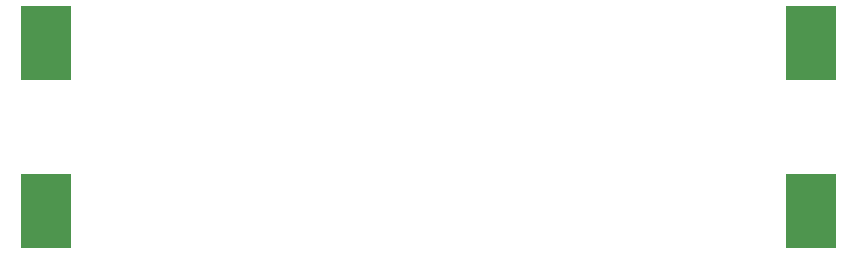
<source format=gbr>
%TF.GenerationSoftware,KiCad,Pcbnew,(6.0.2)*%
%TF.CreationDate,2022-04-08T09:52:01+08:00*%
%TF.ProjectId,NoiseAMP_BAT,4e6f6973-6541-44d5-905f-4241542e6b69,rev?*%
%TF.SameCoordinates,Original*%
%TF.FileFunction,Paste,Bot*%
%TF.FilePolarity,Positive*%
%FSLAX46Y46*%
G04 Gerber Fmt 4.6, Leading zero omitted, Abs format (unit mm)*
G04 Created by KiCad (PCBNEW (6.0.2)) date 2022-04-08 09:52:01*
%MOMM*%
%LPD*%
G01*
G04 APERTURE LIST*
%ADD10R,4.320000X6.350000*%
G04 APERTURE END LIST*
D10*
%TO.C,U2*%
X160974000Y-61850889D03*
X96174000Y-61850889D03*
X160974000Y-76110889D03*
X96174000Y-76110889D03*
%TD*%
M02*

</source>
